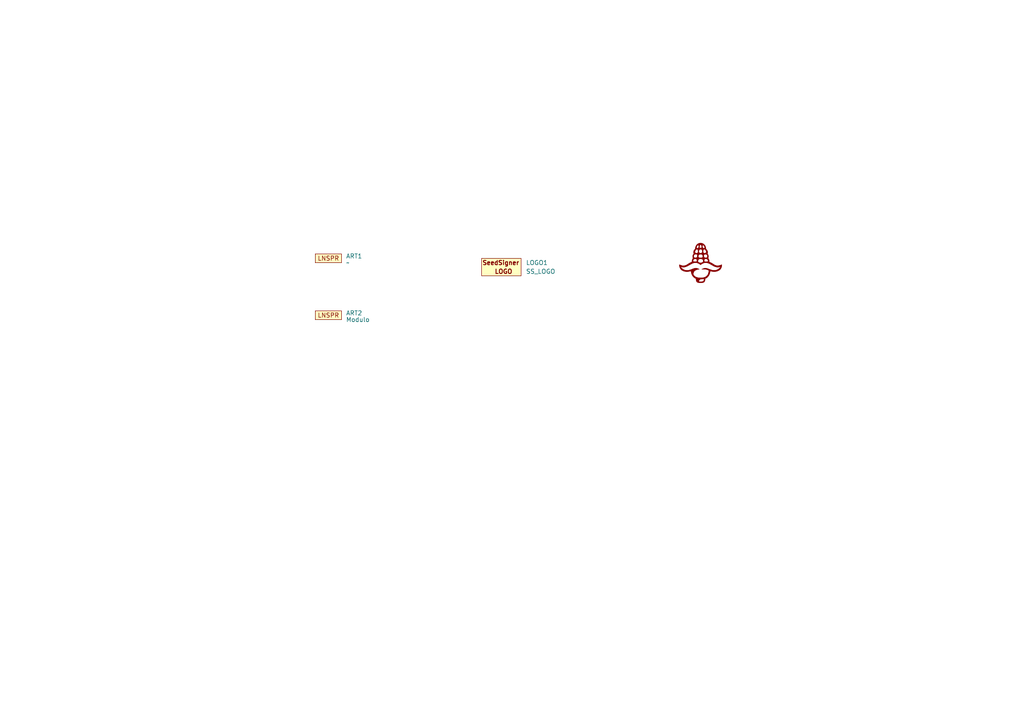
<source format=kicad_sch>
(kicad_sch (version 20250114) (generator "eeschema") (generator_version "9.0")
  (paper "A4")
  (lib_symbols
    (symbol "SeedSigner:CORN-LOGO" (pin_names (offset 1.016)))
    (symbol "SeedSigner:SS_LOGO" (pin_numbers (hide yes)) (pin_names (offset 0) (hide yes)) (in_bom no)
      (property "Reference" "LOGO" (at 0 3.81 0))
      (property "Value" "SS_LOGO" (at 0 2.54 0))
      (symbol "SS_LOGO_0_0"
        (text "SeedSigner" (at -0.8 0 0) (effects (font (size 1.27 1.27) (bold yes))))
        (text "LOGO" (at 0 -2.54 0) (effects (font (size 1.27 1.27) (bold yes))))
      )
    )
    (symbol "seedsigner:LIGHTNINGSPORE"
      (property "Reference" "ART" (at 0 2.032 0))
      (symbol "LIGHTNINGSPORE_1_1"
        (text "LNSPR" (at 0 0 0) (effects (font (size 1.27 1.27))))
      )
    )
  )
  (symbol (lib_id "SeedSigner:SS_LOGO") (at 146.05 76.2 0) (unit 1) (in_bom no)
    (property "Reference" "LOGO1" (at 152.527 76.1999 0) (effects (justify left)))
    (property "Value" "SS_LOGO" (at 152.527 78.7399 0) (effects (justify left)))
    (property "Footprint" "seedsigner-luckfox:seedsigner-logo-small" (effects (hide yes)))
  )
  (symbol (lib_id "seedsigner:LIGHTNINGSPORE") (at 95.25 91.44 0) (unit 1) (in_bom no)
    (property "Reference" "ART2" (at 100.33 90.8049 0) (effects (justify left)))
    (property "Value" "Modulo" (at 100.33 92.71 0) (effects (justify left)))
    (property "Footprint" "seedsigner-luckfox:modulo-1" (effects (hide yes)))
  )
  (symbol (lib_id "seedsigner:LIGHTNINGSPORE") (at 95.25 74.93 0) (unit 1) (in_bom no)
    (property "Reference" "ART1" (at 100.33 74.2949 0) (effects (justify left)))
    (property "Value" "~" (at 100.33 76.2 0) (effects (justify left)))
    (property "Footprint" "seedsigner-luckfox:LightningSpore_Logo" (effects (hide yes)))
  )
  (symbol (lib_id "SeedSigner:CORN-LOGO") (at 203.2 76.2 0) (unit 1) (in_bom no)
    (property "Reference" "LOGO2" (effects (hide yes)))
    (property "Value" "CORN-LOGO" (effects (hide yes)))
    (property "Footprint" "seedsigner-luckfox:corn-logo" (effects (hide yes)))
  )
)
</source>
